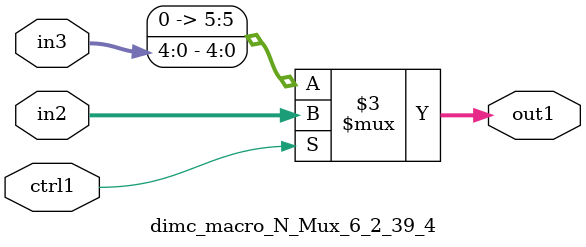
<source format=v>

`timescale 1ps / 1ps


module dimc_macro_N_Mux_6_2_39_4( in3, in2, ctrl1, out1 );

    input [4:0] in3;
    input [5:0] in2;
    input ctrl1;
    output [5:0] out1;
    reg [5:0] out1;

    
    // rtl_process:dimc_macro_N_Mux_6_2_39_4/dimc_macro_N_Mux_6_2_39_4_thread_1
    always @*
      begin : dimc_macro_N_Mux_6_2_39_4_thread_1
        case (ctrl1) 
          1'b1: 
            begin
              out1 = in2;
            end
          default: 
            begin
              out1 = {1'b0, in3};
            end
        endcase
      end

endmodule



</source>
